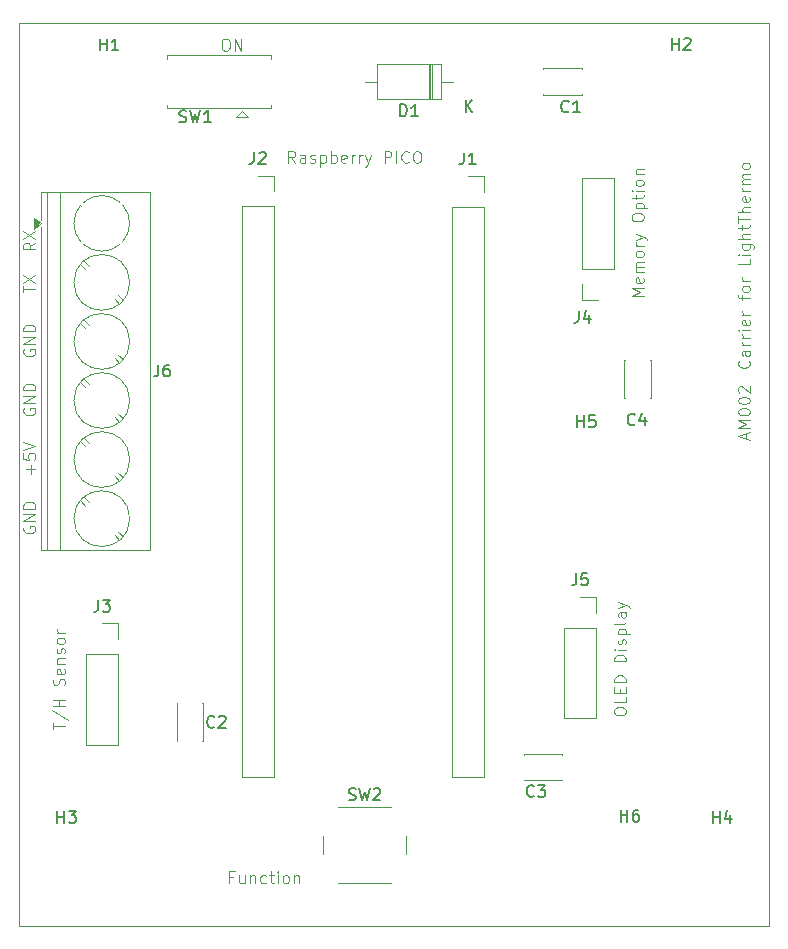
<source format=gbr>
G04 #@! TF.GenerationSoftware,KiCad,Pcbnew,9.0.0*
G04 #@! TF.CreationDate,2025-03-16T21:41:20+01:00*
G04 #@! TF.ProjectId,lightThermo,6c696768-7454-4686-9572-6d6f2e6b6963,1.0*
G04 #@! TF.SameCoordinates,PX47868c0PY7d687e0*
G04 #@! TF.FileFunction,Legend,Top*
G04 #@! TF.FilePolarity,Positive*
%FSLAX46Y46*%
G04 Gerber Fmt 4.6, Leading zero omitted, Abs format (unit mm)*
G04 Created by KiCad (PCBNEW 9.0.0) date 2025-03-16 21:41:20*
%MOMM*%
%LPD*%
G01*
G04 APERTURE LIST*
%ADD10C,0.100000*%
%ADD11C,0.150000*%
%ADD12C,0.120000*%
G04 #@! TA.AperFunction,Profile*
%ADD13C,0.050000*%
G04 #@! TD*
G04 APERTURE END LIST*
D10*
X420038Y33827694D02*
X372419Y33732456D01*
X372419Y33732456D02*
X372419Y33589599D01*
X372419Y33589599D02*
X420038Y33446742D01*
X420038Y33446742D02*
X515276Y33351504D01*
X515276Y33351504D02*
X610514Y33303885D01*
X610514Y33303885D02*
X800990Y33256266D01*
X800990Y33256266D02*
X943847Y33256266D01*
X943847Y33256266D02*
X1134323Y33303885D01*
X1134323Y33303885D02*
X1229561Y33351504D01*
X1229561Y33351504D02*
X1324800Y33446742D01*
X1324800Y33446742D02*
X1372419Y33589599D01*
X1372419Y33589599D02*
X1372419Y33684837D01*
X1372419Y33684837D02*
X1324800Y33827694D01*
X1324800Y33827694D02*
X1277180Y33875313D01*
X1277180Y33875313D02*
X943847Y33875313D01*
X943847Y33875313D02*
X943847Y33684837D01*
X1372419Y34303885D02*
X372419Y34303885D01*
X372419Y34303885D02*
X1372419Y34875313D01*
X1372419Y34875313D02*
X372419Y34875313D01*
X1372419Y35351504D02*
X372419Y35351504D01*
X372419Y35351504D02*
X372419Y35589599D01*
X372419Y35589599D02*
X420038Y35732456D01*
X420038Y35732456D02*
X515276Y35827694D01*
X515276Y35827694D02*
X610514Y35875313D01*
X610514Y35875313D02*
X800990Y35922932D01*
X800990Y35922932D02*
X943847Y35922932D01*
X943847Y35922932D02*
X1134323Y35875313D01*
X1134323Y35875313D02*
X1229561Y35827694D01*
X1229561Y35827694D02*
X1324800Y35732456D01*
X1324800Y35732456D02*
X1372419Y35589599D01*
X1372419Y35589599D02*
X1372419Y35351504D01*
X18137217Y4151391D02*
X17803884Y4151391D01*
X17803884Y3627581D02*
X17803884Y4627581D01*
X17803884Y4627581D02*
X18280074Y4627581D01*
X19089598Y4294248D02*
X19089598Y3627581D01*
X18661027Y4294248D02*
X18661027Y3770439D01*
X18661027Y3770439D02*
X18708646Y3675200D01*
X18708646Y3675200D02*
X18803884Y3627581D01*
X18803884Y3627581D02*
X18946741Y3627581D01*
X18946741Y3627581D02*
X19041979Y3675200D01*
X19041979Y3675200D02*
X19089598Y3722820D01*
X19565789Y4294248D02*
X19565789Y3627581D01*
X19565789Y4199010D02*
X19613408Y4246629D01*
X19613408Y4246629D02*
X19708646Y4294248D01*
X19708646Y4294248D02*
X19851503Y4294248D01*
X19851503Y4294248D02*
X19946741Y4246629D01*
X19946741Y4246629D02*
X19994360Y4151391D01*
X19994360Y4151391D02*
X19994360Y3627581D01*
X20899122Y3675200D02*
X20803884Y3627581D01*
X20803884Y3627581D02*
X20613408Y3627581D01*
X20613408Y3627581D02*
X20518170Y3675200D01*
X20518170Y3675200D02*
X20470551Y3722820D01*
X20470551Y3722820D02*
X20422932Y3818058D01*
X20422932Y3818058D02*
X20422932Y4103772D01*
X20422932Y4103772D02*
X20470551Y4199010D01*
X20470551Y4199010D02*
X20518170Y4246629D01*
X20518170Y4246629D02*
X20613408Y4294248D01*
X20613408Y4294248D02*
X20803884Y4294248D01*
X20803884Y4294248D02*
X20899122Y4246629D01*
X21184837Y4294248D02*
X21565789Y4294248D01*
X21327694Y4627581D02*
X21327694Y3770439D01*
X21327694Y3770439D02*
X21375313Y3675200D01*
X21375313Y3675200D02*
X21470551Y3627581D01*
X21470551Y3627581D02*
X21565789Y3627581D01*
X21899123Y3627581D02*
X21899123Y4294248D01*
X21899123Y4627581D02*
X21851504Y4579962D01*
X21851504Y4579962D02*
X21899123Y4532343D01*
X21899123Y4532343D02*
X21946742Y4579962D01*
X21946742Y4579962D02*
X21899123Y4627581D01*
X21899123Y4627581D02*
X21899123Y4532343D01*
X22518170Y3627581D02*
X22422932Y3675200D01*
X22422932Y3675200D02*
X22375313Y3722820D01*
X22375313Y3722820D02*
X22327694Y3818058D01*
X22327694Y3818058D02*
X22327694Y4103772D01*
X22327694Y4103772D02*
X22375313Y4199010D01*
X22375313Y4199010D02*
X22422932Y4246629D01*
X22422932Y4246629D02*
X22518170Y4294248D01*
X22518170Y4294248D02*
X22661027Y4294248D01*
X22661027Y4294248D02*
X22756265Y4246629D01*
X22756265Y4246629D02*
X22803884Y4199010D01*
X22803884Y4199010D02*
X22851503Y4103772D01*
X22851503Y4103772D02*
X22851503Y3818058D01*
X22851503Y3818058D02*
X22803884Y3722820D01*
X22803884Y3722820D02*
X22756265Y3675200D01*
X22756265Y3675200D02*
X22661027Y3627581D01*
X22661027Y3627581D02*
X22518170Y3627581D01*
X23280075Y4294248D02*
X23280075Y3627581D01*
X23280075Y4199010D02*
X23327694Y4246629D01*
X23327694Y4246629D02*
X23422932Y4294248D01*
X23422932Y4294248D02*
X23565789Y4294248D01*
X23565789Y4294248D02*
X23661027Y4246629D01*
X23661027Y4246629D02*
X23708646Y4151391D01*
X23708646Y4151391D02*
X23708646Y3627581D01*
X61586704Y41256266D02*
X61586704Y41732456D01*
X61872419Y41161028D02*
X60872419Y41494361D01*
X60872419Y41494361D02*
X61872419Y41827694D01*
X61872419Y42161028D02*
X60872419Y42161028D01*
X60872419Y42161028D02*
X61586704Y42494361D01*
X61586704Y42494361D02*
X60872419Y42827694D01*
X60872419Y42827694D02*
X61872419Y42827694D01*
X60872419Y43494361D02*
X60872419Y43589599D01*
X60872419Y43589599D02*
X60920038Y43684837D01*
X60920038Y43684837D02*
X60967657Y43732456D01*
X60967657Y43732456D02*
X61062895Y43780075D01*
X61062895Y43780075D02*
X61253371Y43827694D01*
X61253371Y43827694D02*
X61491466Y43827694D01*
X61491466Y43827694D02*
X61681942Y43780075D01*
X61681942Y43780075D02*
X61777180Y43732456D01*
X61777180Y43732456D02*
X61824800Y43684837D01*
X61824800Y43684837D02*
X61872419Y43589599D01*
X61872419Y43589599D02*
X61872419Y43494361D01*
X61872419Y43494361D02*
X61824800Y43399123D01*
X61824800Y43399123D02*
X61777180Y43351504D01*
X61777180Y43351504D02*
X61681942Y43303885D01*
X61681942Y43303885D02*
X61491466Y43256266D01*
X61491466Y43256266D02*
X61253371Y43256266D01*
X61253371Y43256266D02*
X61062895Y43303885D01*
X61062895Y43303885D02*
X60967657Y43351504D01*
X60967657Y43351504D02*
X60920038Y43399123D01*
X60920038Y43399123D02*
X60872419Y43494361D01*
X60872419Y44446742D02*
X60872419Y44541980D01*
X60872419Y44541980D02*
X60920038Y44637218D01*
X60920038Y44637218D02*
X60967657Y44684837D01*
X60967657Y44684837D02*
X61062895Y44732456D01*
X61062895Y44732456D02*
X61253371Y44780075D01*
X61253371Y44780075D02*
X61491466Y44780075D01*
X61491466Y44780075D02*
X61681942Y44732456D01*
X61681942Y44732456D02*
X61777180Y44684837D01*
X61777180Y44684837D02*
X61824800Y44637218D01*
X61824800Y44637218D02*
X61872419Y44541980D01*
X61872419Y44541980D02*
X61872419Y44446742D01*
X61872419Y44446742D02*
X61824800Y44351504D01*
X61824800Y44351504D02*
X61777180Y44303885D01*
X61777180Y44303885D02*
X61681942Y44256266D01*
X61681942Y44256266D02*
X61491466Y44208647D01*
X61491466Y44208647D02*
X61253371Y44208647D01*
X61253371Y44208647D02*
X61062895Y44256266D01*
X61062895Y44256266D02*
X60967657Y44303885D01*
X60967657Y44303885D02*
X60920038Y44351504D01*
X60920038Y44351504D02*
X60872419Y44446742D01*
X60967657Y45161028D02*
X60920038Y45208647D01*
X60920038Y45208647D02*
X60872419Y45303885D01*
X60872419Y45303885D02*
X60872419Y45541980D01*
X60872419Y45541980D02*
X60920038Y45637218D01*
X60920038Y45637218D02*
X60967657Y45684837D01*
X60967657Y45684837D02*
X61062895Y45732456D01*
X61062895Y45732456D02*
X61158133Y45732456D01*
X61158133Y45732456D02*
X61300990Y45684837D01*
X61300990Y45684837D02*
X61872419Y45113409D01*
X61872419Y45113409D02*
X61872419Y45732456D01*
X17394360Y75127581D02*
X17584836Y75127581D01*
X17584836Y75127581D02*
X17680074Y75079962D01*
X17680074Y75079962D02*
X17775312Y74984724D01*
X17775312Y74984724D02*
X17822931Y74794248D01*
X17822931Y74794248D02*
X17822931Y74460915D01*
X17822931Y74460915D02*
X17775312Y74270439D01*
X17775312Y74270439D02*
X17680074Y74175200D01*
X17680074Y74175200D02*
X17584836Y74127581D01*
X17584836Y74127581D02*
X17394360Y74127581D01*
X17394360Y74127581D02*
X17299122Y74175200D01*
X17299122Y74175200D02*
X17203884Y74270439D01*
X17203884Y74270439D02*
X17156265Y74460915D01*
X17156265Y74460915D02*
X17156265Y74794248D01*
X17156265Y74794248D02*
X17203884Y74984724D01*
X17203884Y74984724D02*
X17299122Y75079962D01*
X17299122Y75079962D02*
X17394360Y75127581D01*
X18251503Y74127581D02*
X18251503Y75127581D01*
X18251503Y75127581D02*
X18822931Y74127581D01*
X18822931Y74127581D02*
X18822931Y75127581D01*
X372419Y53661028D02*
X372419Y54232456D01*
X1372419Y53946742D02*
X372419Y53946742D01*
X372419Y54470552D02*
X1372419Y55137218D01*
X372419Y55137218D02*
X1372419Y54470552D01*
X1372419Y57875313D02*
X896228Y57541980D01*
X1372419Y57303885D02*
X372419Y57303885D01*
X372419Y57303885D02*
X372419Y57684837D01*
X372419Y57684837D02*
X420038Y57780075D01*
X420038Y57780075D02*
X467657Y57827694D01*
X467657Y57827694D02*
X562895Y57875313D01*
X562895Y57875313D02*
X705752Y57875313D01*
X705752Y57875313D02*
X800990Y57827694D01*
X800990Y57827694D02*
X848609Y57780075D01*
X848609Y57780075D02*
X896228Y57684837D01*
X896228Y57684837D02*
X896228Y57303885D01*
X372419Y58208647D02*
X1372419Y58875313D01*
X372419Y58875313D02*
X1372419Y58208647D01*
X991466Y38303885D02*
X991466Y39065789D01*
X1372419Y38684837D02*
X610514Y38684837D01*
X372419Y40018170D02*
X372419Y39541980D01*
X372419Y39541980D02*
X848609Y39494361D01*
X848609Y39494361D02*
X800990Y39541980D01*
X800990Y39541980D02*
X753371Y39637218D01*
X753371Y39637218D02*
X753371Y39875313D01*
X753371Y39875313D02*
X800990Y39970551D01*
X800990Y39970551D02*
X848609Y40018170D01*
X848609Y40018170D02*
X943847Y40065789D01*
X943847Y40065789D02*
X1181942Y40065789D01*
X1181942Y40065789D02*
X1277180Y40018170D01*
X1277180Y40018170D02*
X1324800Y39970551D01*
X1324800Y39970551D02*
X1372419Y39875313D01*
X1372419Y39875313D02*
X1372419Y39637218D01*
X1372419Y39637218D02*
X1324800Y39541980D01*
X1324800Y39541980D02*
X1277180Y39494361D01*
X372419Y40351504D02*
X1372419Y40684837D01*
X1372419Y40684837D02*
X372419Y41018170D01*
X61777180Y47875313D02*
X61824800Y47827694D01*
X61824800Y47827694D02*
X61872419Y47684837D01*
X61872419Y47684837D02*
X61872419Y47589599D01*
X61872419Y47589599D02*
X61824800Y47446742D01*
X61824800Y47446742D02*
X61729561Y47351504D01*
X61729561Y47351504D02*
X61634323Y47303885D01*
X61634323Y47303885D02*
X61443847Y47256266D01*
X61443847Y47256266D02*
X61300990Y47256266D01*
X61300990Y47256266D02*
X61110514Y47303885D01*
X61110514Y47303885D02*
X61015276Y47351504D01*
X61015276Y47351504D02*
X60920038Y47446742D01*
X60920038Y47446742D02*
X60872419Y47589599D01*
X60872419Y47589599D02*
X60872419Y47684837D01*
X60872419Y47684837D02*
X60920038Y47827694D01*
X60920038Y47827694D02*
X60967657Y47875313D01*
X61872419Y48732456D02*
X61348609Y48732456D01*
X61348609Y48732456D02*
X61253371Y48684837D01*
X61253371Y48684837D02*
X61205752Y48589599D01*
X61205752Y48589599D02*
X61205752Y48399123D01*
X61205752Y48399123D02*
X61253371Y48303885D01*
X61824800Y48732456D02*
X61872419Y48637218D01*
X61872419Y48637218D02*
X61872419Y48399123D01*
X61872419Y48399123D02*
X61824800Y48303885D01*
X61824800Y48303885D02*
X61729561Y48256266D01*
X61729561Y48256266D02*
X61634323Y48256266D01*
X61634323Y48256266D02*
X61539085Y48303885D01*
X61539085Y48303885D02*
X61491466Y48399123D01*
X61491466Y48399123D02*
X61491466Y48637218D01*
X61491466Y48637218D02*
X61443847Y48732456D01*
X61872419Y49208647D02*
X61205752Y49208647D01*
X61396228Y49208647D02*
X61300990Y49256266D01*
X61300990Y49256266D02*
X61253371Y49303885D01*
X61253371Y49303885D02*
X61205752Y49399123D01*
X61205752Y49399123D02*
X61205752Y49494361D01*
X61872419Y49827695D02*
X61205752Y49827695D01*
X61396228Y49827695D02*
X61300990Y49875314D01*
X61300990Y49875314D02*
X61253371Y49922933D01*
X61253371Y49922933D02*
X61205752Y50018171D01*
X61205752Y50018171D02*
X61205752Y50113409D01*
X61872419Y50446743D02*
X61205752Y50446743D01*
X60872419Y50446743D02*
X60920038Y50399124D01*
X60920038Y50399124D02*
X60967657Y50446743D01*
X60967657Y50446743D02*
X60920038Y50494362D01*
X60920038Y50494362D02*
X60872419Y50446743D01*
X60872419Y50446743D02*
X60967657Y50446743D01*
X61824800Y51303885D02*
X61872419Y51208647D01*
X61872419Y51208647D02*
X61872419Y51018171D01*
X61872419Y51018171D02*
X61824800Y50922933D01*
X61824800Y50922933D02*
X61729561Y50875314D01*
X61729561Y50875314D02*
X61348609Y50875314D01*
X61348609Y50875314D02*
X61253371Y50922933D01*
X61253371Y50922933D02*
X61205752Y51018171D01*
X61205752Y51018171D02*
X61205752Y51208647D01*
X61205752Y51208647D02*
X61253371Y51303885D01*
X61253371Y51303885D02*
X61348609Y51351504D01*
X61348609Y51351504D02*
X61443847Y51351504D01*
X61443847Y51351504D02*
X61539085Y50875314D01*
X61872419Y51780076D02*
X61205752Y51780076D01*
X61396228Y51780076D02*
X61300990Y51827695D01*
X61300990Y51827695D02*
X61253371Y51875314D01*
X61253371Y51875314D02*
X61205752Y51970552D01*
X61205752Y51970552D02*
X61205752Y52065790D01*
X61205752Y53018172D02*
X61205752Y53399124D01*
X61872419Y53161029D02*
X61015276Y53161029D01*
X61015276Y53161029D02*
X60920038Y53208648D01*
X60920038Y53208648D02*
X60872419Y53303886D01*
X60872419Y53303886D02*
X60872419Y53399124D01*
X61872419Y53875315D02*
X61824800Y53780077D01*
X61824800Y53780077D02*
X61777180Y53732458D01*
X61777180Y53732458D02*
X61681942Y53684839D01*
X61681942Y53684839D02*
X61396228Y53684839D01*
X61396228Y53684839D02*
X61300990Y53732458D01*
X61300990Y53732458D02*
X61253371Y53780077D01*
X61253371Y53780077D02*
X61205752Y53875315D01*
X61205752Y53875315D02*
X61205752Y54018172D01*
X61205752Y54018172D02*
X61253371Y54113410D01*
X61253371Y54113410D02*
X61300990Y54161029D01*
X61300990Y54161029D02*
X61396228Y54208648D01*
X61396228Y54208648D02*
X61681942Y54208648D01*
X61681942Y54208648D02*
X61777180Y54161029D01*
X61777180Y54161029D02*
X61824800Y54113410D01*
X61824800Y54113410D02*
X61872419Y54018172D01*
X61872419Y54018172D02*
X61872419Y53875315D01*
X61872419Y54637220D02*
X61205752Y54637220D01*
X61396228Y54637220D02*
X61300990Y54684839D01*
X61300990Y54684839D02*
X61253371Y54732458D01*
X61253371Y54732458D02*
X61205752Y54827696D01*
X61205752Y54827696D02*
X61205752Y54922934D01*
X61872419Y56494363D02*
X61872419Y56018173D01*
X61872419Y56018173D02*
X60872419Y56018173D01*
X61872419Y56827697D02*
X61205752Y56827697D01*
X60872419Y56827697D02*
X60920038Y56780078D01*
X60920038Y56780078D02*
X60967657Y56827697D01*
X60967657Y56827697D02*
X60920038Y56875316D01*
X60920038Y56875316D02*
X60872419Y56827697D01*
X60872419Y56827697D02*
X60967657Y56827697D01*
X61205752Y57732458D02*
X62015276Y57732458D01*
X62015276Y57732458D02*
X62110514Y57684839D01*
X62110514Y57684839D02*
X62158133Y57637220D01*
X62158133Y57637220D02*
X62205752Y57541982D01*
X62205752Y57541982D02*
X62205752Y57399125D01*
X62205752Y57399125D02*
X62158133Y57303887D01*
X61824800Y57732458D02*
X61872419Y57637220D01*
X61872419Y57637220D02*
X61872419Y57446744D01*
X61872419Y57446744D02*
X61824800Y57351506D01*
X61824800Y57351506D02*
X61777180Y57303887D01*
X61777180Y57303887D02*
X61681942Y57256268D01*
X61681942Y57256268D02*
X61396228Y57256268D01*
X61396228Y57256268D02*
X61300990Y57303887D01*
X61300990Y57303887D02*
X61253371Y57351506D01*
X61253371Y57351506D02*
X61205752Y57446744D01*
X61205752Y57446744D02*
X61205752Y57637220D01*
X61205752Y57637220D02*
X61253371Y57732458D01*
X61872419Y58208649D02*
X60872419Y58208649D01*
X61872419Y58637220D02*
X61348609Y58637220D01*
X61348609Y58637220D02*
X61253371Y58589601D01*
X61253371Y58589601D02*
X61205752Y58494363D01*
X61205752Y58494363D02*
X61205752Y58351506D01*
X61205752Y58351506D02*
X61253371Y58256268D01*
X61253371Y58256268D02*
X61300990Y58208649D01*
X61205752Y58970554D02*
X61205752Y59351506D01*
X60872419Y59113411D02*
X61729561Y59113411D01*
X61729561Y59113411D02*
X61824800Y59161030D01*
X61824800Y59161030D02*
X61872419Y59256268D01*
X61872419Y59256268D02*
X61872419Y59351506D01*
X60872419Y59541983D02*
X60872419Y60113411D01*
X61872419Y59827697D02*
X60872419Y59827697D01*
X61872419Y60446745D02*
X60872419Y60446745D01*
X61872419Y60875316D02*
X61348609Y60875316D01*
X61348609Y60875316D02*
X61253371Y60827697D01*
X61253371Y60827697D02*
X61205752Y60732459D01*
X61205752Y60732459D02*
X61205752Y60589602D01*
X61205752Y60589602D02*
X61253371Y60494364D01*
X61253371Y60494364D02*
X61300990Y60446745D01*
X61824800Y61732459D02*
X61872419Y61637221D01*
X61872419Y61637221D02*
X61872419Y61446745D01*
X61872419Y61446745D02*
X61824800Y61351507D01*
X61824800Y61351507D02*
X61729561Y61303888D01*
X61729561Y61303888D02*
X61348609Y61303888D01*
X61348609Y61303888D02*
X61253371Y61351507D01*
X61253371Y61351507D02*
X61205752Y61446745D01*
X61205752Y61446745D02*
X61205752Y61637221D01*
X61205752Y61637221D02*
X61253371Y61732459D01*
X61253371Y61732459D02*
X61348609Y61780078D01*
X61348609Y61780078D02*
X61443847Y61780078D01*
X61443847Y61780078D02*
X61539085Y61303888D01*
X61872419Y62208650D02*
X61205752Y62208650D01*
X61396228Y62208650D02*
X61300990Y62256269D01*
X61300990Y62256269D02*
X61253371Y62303888D01*
X61253371Y62303888D02*
X61205752Y62399126D01*
X61205752Y62399126D02*
X61205752Y62494364D01*
X61872419Y62827698D02*
X61205752Y62827698D01*
X61300990Y62827698D02*
X61253371Y62875317D01*
X61253371Y62875317D02*
X61205752Y62970555D01*
X61205752Y62970555D02*
X61205752Y63113412D01*
X61205752Y63113412D02*
X61253371Y63208650D01*
X61253371Y63208650D02*
X61348609Y63256269D01*
X61348609Y63256269D02*
X61872419Y63256269D01*
X61348609Y63256269D02*
X61253371Y63303888D01*
X61253371Y63303888D02*
X61205752Y63399126D01*
X61205752Y63399126D02*
X61205752Y63541983D01*
X61205752Y63541983D02*
X61253371Y63637222D01*
X61253371Y63637222D02*
X61348609Y63684841D01*
X61348609Y63684841D02*
X61872419Y63684841D01*
X61872419Y64303888D02*
X61824800Y64208650D01*
X61824800Y64208650D02*
X61777180Y64161031D01*
X61777180Y64161031D02*
X61681942Y64113412D01*
X61681942Y64113412D02*
X61396228Y64113412D01*
X61396228Y64113412D02*
X61300990Y64161031D01*
X61300990Y64161031D02*
X61253371Y64208650D01*
X61253371Y64208650D02*
X61205752Y64303888D01*
X61205752Y64303888D02*
X61205752Y64446745D01*
X61205752Y64446745D02*
X61253371Y64541983D01*
X61253371Y64541983D02*
X61300990Y64589602D01*
X61300990Y64589602D02*
X61396228Y64637221D01*
X61396228Y64637221D02*
X61681942Y64637221D01*
X61681942Y64637221D02*
X61777180Y64589602D01*
X61777180Y64589602D02*
X61824800Y64541983D01*
X61824800Y64541983D02*
X61872419Y64446745D01*
X61872419Y64446745D02*
X61872419Y64303888D01*
X52872419Y53353885D02*
X51872419Y53353885D01*
X51872419Y53353885D02*
X52586704Y53687218D01*
X52586704Y53687218D02*
X51872419Y54020551D01*
X51872419Y54020551D02*
X52872419Y54020551D01*
X52824800Y54877694D02*
X52872419Y54782456D01*
X52872419Y54782456D02*
X52872419Y54591980D01*
X52872419Y54591980D02*
X52824800Y54496742D01*
X52824800Y54496742D02*
X52729561Y54449123D01*
X52729561Y54449123D02*
X52348609Y54449123D01*
X52348609Y54449123D02*
X52253371Y54496742D01*
X52253371Y54496742D02*
X52205752Y54591980D01*
X52205752Y54591980D02*
X52205752Y54782456D01*
X52205752Y54782456D02*
X52253371Y54877694D01*
X52253371Y54877694D02*
X52348609Y54925313D01*
X52348609Y54925313D02*
X52443847Y54925313D01*
X52443847Y54925313D02*
X52539085Y54449123D01*
X52872419Y55353885D02*
X52205752Y55353885D01*
X52300990Y55353885D02*
X52253371Y55401504D01*
X52253371Y55401504D02*
X52205752Y55496742D01*
X52205752Y55496742D02*
X52205752Y55639599D01*
X52205752Y55639599D02*
X52253371Y55734837D01*
X52253371Y55734837D02*
X52348609Y55782456D01*
X52348609Y55782456D02*
X52872419Y55782456D01*
X52348609Y55782456D02*
X52253371Y55830075D01*
X52253371Y55830075D02*
X52205752Y55925313D01*
X52205752Y55925313D02*
X52205752Y56068170D01*
X52205752Y56068170D02*
X52253371Y56163409D01*
X52253371Y56163409D02*
X52348609Y56211028D01*
X52348609Y56211028D02*
X52872419Y56211028D01*
X52872419Y56830075D02*
X52824800Y56734837D01*
X52824800Y56734837D02*
X52777180Y56687218D01*
X52777180Y56687218D02*
X52681942Y56639599D01*
X52681942Y56639599D02*
X52396228Y56639599D01*
X52396228Y56639599D02*
X52300990Y56687218D01*
X52300990Y56687218D02*
X52253371Y56734837D01*
X52253371Y56734837D02*
X52205752Y56830075D01*
X52205752Y56830075D02*
X52205752Y56972932D01*
X52205752Y56972932D02*
X52253371Y57068170D01*
X52253371Y57068170D02*
X52300990Y57115789D01*
X52300990Y57115789D02*
X52396228Y57163408D01*
X52396228Y57163408D02*
X52681942Y57163408D01*
X52681942Y57163408D02*
X52777180Y57115789D01*
X52777180Y57115789D02*
X52824800Y57068170D01*
X52824800Y57068170D02*
X52872419Y56972932D01*
X52872419Y56972932D02*
X52872419Y56830075D01*
X52872419Y57591980D02*
X52205752Y57591980D01*
X52396228Y57591980D02*
X52300990Y57639599D01*
X52300990Y57639599D02*
X52253371Y57687218D01*
X52253371Y57687218D02*
X52205752Y57782456D01*
X52205752Y57782456D02*
X52205752Y57877694D01*
X52205752Y58115790D02*
X52872419Y58353885D01*
X52205752Y58591980D02*
X52872419Y58353885D01*
X52872419Y58353885D02*
X53110514Y58258647D01*
X53110514Y58258647D02*
X53158133Y58211028D01*
X53158133Y58211028D02*
X53205752Y58115790D01*
X51872419Y59925314D02*
X51872419Y60115790D01*
X51872419Y60115790D02*
X51920038Y60211028D01*
X51920038Y60211028D02*
X52015276Y60306266D01*
X52015276Y60306266D02*
X52205752Y60353885D01*
X52205752Y60353885D02*
X52539085Y60353885D01*
X52539085Y60353885D02*
X52729561Y60306266D01*
X52729561Y60306266D02*
X52824800Y60211028D01*
X52824800Y60211028D02*
X52872419Y60115790D01*
X52872419Y60115790D02*
X52872419Y59925314D01*
X52872419Y59925314D02*
X52824800Y59830076D01*
X52824800Y59830076D02*
X52729561Y59734838D01*
X52729561Y59734838D02*
X52539085Y59687219D01*
X52539085Y59687219D02*
X52205752Y59687219D01*
X52205752Y59687219D02*
X52015276Y59734838D01*
X52015276Y59734838D02*
X51920038Y59830076D01*
X51920038Y59830076D02*
X51872419Y59925314D01*
X52205752Y60782457D02*
X53205752Y60782457D01*
X52253371Y60782457D02*
X52205752Y60877695D01*
X52205752Y60877695D02*
X52205752Y61068171D01*
X52205752Y61068171D02*
X52253371Y61163409D01*
X52253371Y61163409D02*
X52300990Y61211028D01*
X52300990Y61211028D02*
X52396228Y61258647D01*
X52396228Y61258647D02*
X52681942Y61258647D01*
X52681942Y61258647D02*
X52777180Y61211028D01*
X52777180Y61211028D02*
X52824800Y61163409D01*
X52824800Y61163409D02*
X52872419Y61068171D01*
X52872419Y61068171D02*
X52872419Y60877695D01*
X52872419Y60877695D02*
X52824800Y60782457D01*
X52205752Y61544362D02*
X52205752Y61925314D01*
X51872419Y61687219D02*
X52729561Y61687219D01*
X52729561Y61687219D02*
X52824800Y61734838D01*
X52824800Y61734838D02*
X52872419Y61830076D01*
X52872419Y61830076D02*
X52872419Y61925314D01*
X52872419Y62258648D02*
X52205752Y62258648D01*
X51872419Y62258648D02*
X51920038Y62211029D01*
X51920038Y62211029D02*
X51967657Y62258648D01*
X51967657Y62258648D02*
X51920038Y62306267D01*
X51920038Y62306267D02*
X51872419Y62258648D01*
X51872419Y62258648D02*
X51967657Y62258648D01*
X52872419Y62877695D02*
X52824800Y62782457D01*
X52824800Y62782457D02*
X52777180Y62734838D01*
X52777180Y62734838D02*
X52681942Y62687219D01*
X52681942Y62687219D02*
X52396228Y62687219D01*
X52396228Y62687219D02*
X52300990Y62734838D01*
X52300990Y62734838D02*
X52253371Y62782457D01*
X52253371Y62782457D02*
X52205752Y62877695D01*
X52205752Y62877695D02*
X52205752Y63020552D01*
X52205752Y63020552D02*
X52253371Y63115790D01*
X52253371Y63115790D02*
X52300990Y63163409D01*
X52300990Y63163409D02*
X52396228Y63211028D01*
X52396228Y63211028D02*
X52681942Y63211028D01*
X52681942Y63211028D02*
X52777180Y63163409D01*
X52777180Y63163409D02*
X52824800Y63115790D01*
X52824800Y63115790D02*
X52872419Y63020552D01*
X52872419Y63020552D02*
X52872419Y62877695D01*
X52205752Y63639600D02*
X52872419Y63639600D01*
X52300990Y63639600D02*
X52253371Y63687219D01*
X52253371Y63687219D02*
X52205752Y63782457D01*
X52205752Y63782457D02*
X52205752Y63925314D01*
X52205752Y63925314D02*
X52253371Y64020552D01*
X52253371Y64020552D02*
X52348609Y64068171D01*
X52348609Y64068171D02*
X52872419Y64068171D01*
X2872419Y16661028D02*
X2872419Y17232456D01*
X3872419Y16946742D02*
X2872419Y16946742D01*
X2824800Y18280075D02*
X4110514Y17422933D01*
X3872419Y18613409D02*
X2872419Y18613409D01*
X3348609Y18613409D02*
X3348609Y19184837D01*
X3872419Y19184837D02*
X2872419Y19184837D01*
X3824800Y20375314D02*
X3872419Y20518171D01*
X3872419Y20518171D02*
X3872419Y20756266D01*
X3872419Y20756266D02*
X3824800Y20851504D01*
X3824800Y20851504D02*
X3777180Y20899123D01*
X3777180Y20899123D02*
X3681942Y20946742D01*
X3681942Y20946742D02*
X3586704Y20946742D01*
X3586704Y20946742D02*
X3491466Y20899123D01*
X3491466Y20899123D02*
X3443847Y20851504D01*
X3443847Y20851504D02*
X3396228Y20756266D01*
X3396228Y20756266D02*
X3348609Y20565790D01*
X3348609Y20565790D02*
X3300990Y20470552D01*
X3300990Y20470552D02*
X3253371Y20422933D01*
X3253371Y20422933D02*
X3158133Y20375314D01*
X3158133Y20375314D02*
X3062895Y20375314D01*
X3062895Y20375314D02*
X2967657Y20422933D01*
X2967657Y20422933D02*
X2920038Y20470552D01*
X2920038Y20470552D02*
X2872419Y20565790D01*
X2872419Y20565790D02*
X2872419Y20803885D01*
X2872419Y20803885D02*
X2920038Y20946742D01*
X3824800Y21756266D02*
X3872419Y21661028D01*
X3872419Y21661028D02*
X3872419Y21470552D01*
X3872419Y21470552D02*
X3824800Y21375314D01*
X3824800Y21375314D02*
X3729561Y21327695D01*
X3729561Y21327695D02*
X3348609Y21327695D01*
X3348609Y21327695D02*
X3253371Y21375314D01*
X3253371Y21375314D02*
X3205752Y21470552D01*
X3205752Y21470552D02*
X3205752Y21661028D01*
X3205752Y21661028D02*
X3253371Y21756266D01*
X3253371Y21756266D02*
X3348609Y21803885D01*
X3348609Y21803885D02*
X3443847Y21803885D01*
X3443847Y21803885D02*
X3539085Y21327695D01*
X3205752Y22232457D02*
X3872419Y22232457D01*
X3300990Y22232457D02*
X3253371Y22280076D01*
X3253371Y22280076D02*
X3205752Y22375314D01*
X3205752Y22375314D02*
X3205752Y22518171D01*
X3205752Y22518171D02*
X3253371Y22613409D01*
X3253371Y22613409D02*
X3348609Y22661028D01*
X3348609Y22661028D02*
X3872419Y22661028D01*
X3824800Y23089600D02*
X3872419Y23184838D01*
X3872419Y23184838D02*
X3872419Y23375314D01*
X3872419Y23375314D02*
X3824800Y23470552D01*
X3824800Y23470552D02*
X3729561Y23518171D01*
X3729561Y23518171D02*
X3681942Y23518171D01*
X3681942Y23518171D02*
X3586704Y23470552D01*
X3586704Y23470552D02*
X3539085Y23375314D01*
X3539085Y23375314D02*
X3539085Y23232457D01*
X3539085Y23232457D02*
X3491466Y23137219D01*
X3491466Y23137219D02*
X3396228Y23089600D01*
X3396228Y23089600D02*
X3348609Y23089600D01*
X3348609Y23089600D02*
X3253371Y23137219D01*
X3253371Y23137219D02*
X3205752Y23232457D01*
X3205752Y23232457D02*
X3205752Y23375314D01*
X3205752Y23375314D02*
X3253371Y23470552D01*
X3872419Y24089600D02*
X3824800Y23994362D01*
X3824800Y23994362D02*
X3777180Y23946743D01*
X3777180Y23946743D02*
X3681942Y23899124D01*
X3681942Y23899124D02*
X3396228Y23899124D01*
X3396228Y23899124D02*
X3300990Y23946743D01*
X3300990Y23946743D02*
X3253371Y23994362D01*
X3253371Y23994362D02*
X3205752Y24089600D01*
X3205752Y24089600D02*
X3205752Y24232457D01*
X3205752Y24232457D02*
X3253371Y24327695D01*
X3253371Y24327695D02*
X3300990Y24375314D01*
X3300990Y24375314D02*
X3396228Y24422933D01*
X3396228Y24422933D02*
X3681942Y24422933D01*
X3681942Y24422933D02*
X3777180Y24375314D01*
X3777180Y24375314D02*
X3824800Y24327695D01*
X3824800Y24327695D02*
X3872419Y24232457D01*
X3872419Y24232457D02*
X3872419Y24089600D01*
X3872419Y24851505D02*
X3205752Y24851505D01*
X3396228Y24851505D02*
X3300990Y24899124D01*
X3300990Y24899124D02*
X3253371Y24946743D01*
X3253371Y24946743D02*
X3205752Y25041981D01*
X3205752Y25041981D02*
X3205752Y25137219D01*
X420038Y43827694D02*
X372419Y43732456D01*
X372419Y43732456D02*
X372419Y43589599D01*
X372419Y43589599D02*
X420038Y43446742D01*
X420038Y43446742D02*
X515276Y43351504D01*
X515276Y43351504D02*
X610514Y43303885D01*
X610514Y43303885D02*
X800990Y43256266D01*
X800990Y43256266D02*
X943847Y43256266D01*
X943847Y43256266D02*
X1134323Y43303885D01*
X1134323Y43303885D02*
X1229561Y43351504D01*
X1229561Y43351504D02*
X1324800Y43446742D01*
X1324800Y43446742D02*
X1372419Y43589599D01*
X1372419Y43589599D02*
X1372419Y43684837D01*
X1372419Y43684837D02*
X1324800Y43827694D01*
X1324800Y43827694D02*
X1277180Y43875313D01*
X1277180Y43875313D02*
X943847Y43875313D01*
X943847Y43875313D02*
X943847Y43684837D01*
X1372419Y44303885D02*
X372419Y44303885D01*
X372419Y44303885D02*
X1372419Y44875313D01*
X1372419Y44875313D02*
X372419Y44875313D01*
X1372419Y45351504D02*
X372419Y45351504D01*
X372419Y45351504D02*
X372419Y45589599D01*
X372419Y45589599D02*
X420038Y45732456D01*
X420038Y45732456D02*
X515276Y45827694D01*
X515276Y45827694D02*
X610514Y45875313D01*
X610514Y45875313D02*
X800990Y45922932D01*
X800990Y45922932D02*
X943847Y45922932D01*
X943847Y45922932D02*
X1134323Y45875313D01*
X1134323Y45875313D02*
X1229561Y45827694D01*
X1229561Y45827694D02*
X1324800Y45732456D01*
X1324800Y45732456D02*
X1372419Y45589599D01*
X1372419Y45589599D02*
X1372419Y45351504D01*
X420038Y48827694D02*
X372419Y48732456D01*
X372419Y48732456D02*
X372419Y48589599D01*
X372419Y48589599D02*
X420038Y48446742D01*
X420038Y48446742D02*
X515276Y48351504D01*
X515276Y48351504D02*
X610514Y48303885D01*
X610514Y48303885D02*
X800990Y48256266D01*
X800990Y48256266D02*
X943847Y48256266D01*
X943847Y48256266D02*
X1134323Y48303885D01*
X1134323Y48303885D02*
X1229561Y48351504D01*
X1229561Y48351504D02*
X1324800Y48446742D01*
X1324800Y48446742D02*
X1372419Y48589599D01*
X1372419Y48589599D02*
X1372419Y48684837D01*
X1372419Y48684837D02*
X1324800Y48827694D01*
X1324800Y48827694D02*
X1277180Y48875313D01*
X1277180Y48875313D02*
X943847Y48875313D01*
X943847Y48875313D02*
X943847Y48684837D01*
X1372419Y49303885D02*
X372419Y49303885D01*
X372419Y49303885D02*
X1372419Y49875313D01*
X1372419Y49875313D02*
X372419Y49875313D01*
X1372419Y50351504D02*
X372419Y50351504D01*
X372419Y50351504D02*
X372419Y50589599D01*
X372419Y50589599D02*
X420038Y50732456D01*
X420038Y50732456D02*
X515276Y50827694D01*
X515276Y50827694D02*
X610514Y50875313D01*
X610514Y50875313D02*
X800990Y50922932D01*
X800990Y50922932D02*
X943847Y50922932D01*
X943847Y50922932D02*
X1134323Y50875313D01*
X1134323Y50875313D02*
X1229561Y50827694D01*
X1229561Y50827694D02*
X1324800Y50732456D01*
X1324800Y50732456D02*
X1372419Y50589599D01*
X1372419Y50589599D02*
X1372419Y50351504D01*
X23375312Y64627581D02*
X23041979Y65103772D01*
X22803884Y64627581D02*
X22803884Y65627581D01*
X22803884Y65627581D02*
X23184836Y65627581D01*
X23184836Y65627581D02*
X23280074Y65579962D01*
X23280074Y65579962D02*
X23327693Y65532343D01*
X23327693Y65532343D02*
X23375312Y65437105D01*
X23375312Y65437105D02*
X23375312Y65294248D01*
X23375312Y65294248D02*
X23327693Y65199010D01*
X23327693Y65199010D02*
X23280074Y65151391D01*
X23280074Y65151391D02*
X23184836Y65103772D01*
X23184836Y65103772D02*
X22803884Y65103772D01*
X24232455Y64627581D02*
X24232455Y65151391D01*
X24232455Y65151391D02*
X24184836Y65246629D01*
X24184836Y65246629D02*
X24089598Y65294248D01*
X24089598Y65294248D02*
X23899122Y65294248D01*
X23899122Y65294248D02*
X23803884Y65246629D01*
X24232455Y64675200D02*
X24137217Y64627581D01*
X24137217Y64627581D02*
X23899122Y64627581D01*
X23899122Y64627581D02*
X23803884Y64675200D01*
X23803884Y64675200D02*
X23756265Y64770439D01*
X23756265Y64770439D02*
X23756265Y64865677D01*
X23756265Y64865677D02*
X23803884Y64960915D01*
X23803884Y64960915D02*
X23899122Y65008534D01*
X23899122Y65008534D02*
X24137217Y65008534D01*
X24137217Y65008534D02*
X24232455Y65056153D01*
X24661027Y64675200D02*
X24756265Y64627581D01*
X24756265Y64627581D02*
X24946741Y64627581D01*
X24946741Y64627581D02*
X25041979Y64675200D01*
X25041979Y64675200D02*
X25089598Y64770439D01*
X25089598Y64770439D02*
X25089598Y64818058D01*
X25089598Y64818058D02*
X25041979Y64913296D01*
X25041979Y64913296D02*
X24946741Y64960915D01*
X24946741Y64960915D02*
X24803884Y64960915D01*
X24803884Y64960915D02*
X24708646Y65008534D01*
X24708646Y65008534D02*
X24661027Y65103772D01*
X24661027Y65103772D02*
X24661027Y65151391D01*
X24661027Y65151391D02*
X24708646Y65246629D01*
X24708646Y65246629D02*
X24803884Y65294248D01*
X24803884Y65294248D02*
X24946741Y65294248D01*
X24946741Y65294248D02*
X25041979Y65246629D01*
X25518170Y65294248D02*
X25518170Y64294248D01*
X25518170Y65246629D02*
X25613408Y65294248D01*
X25613408Y65294248D02*
X25803884Y65294248D01*
X25803884Y65294248D02*
X25899122Y65246629D01*
X25899122Y65246629D02*
X25946741Y65199010D01*
X25946741Y65199010D02*
X25994360Y65103772D01*
X25994360Y65103772D02*
X25994360Y64818058D01*
X25994360Y64818058D02*
X25946741Y64722820D01*
X25946741Y64722820D02*
X25899122Y64675200D01*
X25899122Y64675200D02*
X25803884Y64627581D01*
X25803884Y64627581D02*
X25613408Y64627581D01*
X25613408Y64627581D02*
X25518170Y64675200D01*
X26422932Y64627581D02*
X26422932Y65627581D01*
X26422932Y65246629D02*
X26518170Y65294248D01*
X26518170Y65294248D02*
X26708646Y65294248D01*
X26708646Y65294248D02*
X26803884Y65246629D01*
X26803884Y65246629D02*
X26851503Y65199010D01*
X26851503Y65199010D02*
X26899122Y65103772D01*
X26899122Y65103772D02*
X26899122Y64818058D01*
X26899122Y64818058D02*
X26851503Y64722820D01*
X26851503Y64722820D02*
X26803884Y64675200D01*
X26803884Y64675200D02*
X26708646Y64627581D01*
X26708646Y64627581D02*
X26518170Y64627581D01*
X26518170Y64627581D02*
X26422932Y64675200D01*
X27708646Y64675200D02*
X27613408Y64627581D01*
X27613408Y64627581D02*
X27422932Y64627581D01*
X27422932Y64627581D02*
X27327694Y64675200D01*
X27327694Y64675200D02*
X27280075Y64770439D01*
X27280075Y64770439D02*
X27280075Y65151391D01*
X27280075Y65151391D02*
X27327694Y65246629D01*
X27327694Y65246629D02*
X27422932Y65294248D01*
X27422932Y65294248D02*
X27613408Y65294248D01*
X27613408Y65294248D02*
X27708646Y65246629D01*
X27708646Y65246629D02*
X27756265Y65151391D01*
X27756265Y65151391D02*
X27756265Y65056153D01*
X27756265Y65056153D02*
X27280075Y64960915D01*
X28184837Y64627581D02*
X28184837Y65294248D01*
X28184837Y65103772D02*
X28232456Y65199010D01*
X28232456Y65199010D02*
X28280075Y65246629D01*
X28280075Y65246629D02*
X28375313Y65294248D01*
X28375313Y65294248D02*
X28470551Y65294248D01*
X28803885Y64627581D02*
X28803885Y65294248D01*
X28803885Y65103772D02*
X28851504Y65199010D01*
X28851504Y65199010D02*
X28899123Y65246629D01*
X28899123Y65246629D02*
X28994361Y65294248D01*
X28994361Y65294248D02*
X29089599Y65294248D01*
X29327695Y65294248D02*
X29565790Y64627581D01*
X29803885Y65294248D02*
X29565790Y64627581D01*
X29565790Y64627581D02*
X29470552Y64389486D01*
X29470552Y64389486D02*
X29422933Y64341867D01*
X29422933Y64341867D02*
X29327695Y64294248D01*
X30946743Y64627581D02*
X30946743Y65627581D01*
X30946743Y65627581D02*
X31327695Y65627581D01*
X31327695Y65627581D02*
X31422933Y65579962D01*
X31422933Y65579962D02*
X31470552Y65532343D01*
X31470552Y65532343D02*
X31518171Y65437105D01*
X31518171Y65437105D02*
X31518171Y65294248D01*
X31518171Y65294248D02*
X31470552Y65199010D01*
X31470552Y65199010D02*
X31422933Y65151391D01*
X31422933Y65151391D02*
X31327695Y65103772D01*
X31327695Y65103772D02*
X30946743Y65103772D01*
X31946743Y64627581D02*
X31946743Y65627581D01*
X32994361Y64722820D02*
X32946742Y64675200D01*
X32946742Y64675200D02*
X32803885Y64627581D01*
X32803885Y64627581D02*
X32708647Y64627581D01*
X32708647Y64627581D02*
X32565790Y64675200D01*
X32565790Y64675200D02*
X32470552Y64770439D01*
X32470552Y64770439D02*
X32422933Y64865677D01*
X32422933Y64865677D02*
X32375314Y65056153D01*
X32375314Y65056153D02*
X32375314Y65199010D01*
X32375314Y65199010D02*
X32422933Y65389486D01*
X32422933Y65389486D02*
X32470552Y65484724D01*
X32470552Y65484724D02*
X32565790Y65579962D01*
X32565790Y65579962D02*
X32708647Y65627581D01*
X32708647Y65627581D02*
X32803885Y65627581D01*
X32803885Y65627581D02*
X32946742Y65579962D01*
X32946742Y65579962D02*
X32994361Y65532343D01*
X33613409Y65627581D02*
X33803885Y65627581D01*
X33803885Y65627581D02*
X33899123Y65579962D01*
X33899123Y65579962D02*
X33994361Y65484724D01*
X33994361Y65484724D02*
X34041980Y65294248D01*
X34041980Y65294248D02*
X34041980Y64960915D01*
X34041980Y64960915D02*
X33994361Y64770439D01*
X33994361Y64770439D02*
X33899123Y64675200D01*
X33899123Y64675200D02*
X33803885Y64627581D01*
X33803885Y64627581D02*
X33613409Y64627581D01*
X33613409Y64627581D02*
X33518171Y64675200D01*
X33518171Y64675200D02*
X33422933Y64770439D01*
X33422933Y64770439D02*
X33375314Y64960915D01*
X33375314Y64960915D02*
X33375314Y65294248D01*
X33375314Y65294248D02*
X33422933Y65484724D01*
X33422933Y65484724D02*
X33518171Y65579962D01*
X33518171Y65579962D02*
X33613409Y65627581D01*
X50372419Y18084361D02*
X50372419Y18274837D01*
X50372419Y18274837D02*
X50420038Y18370075D01*
X50420038Y18370075D02*
X50515276Y18465313D01*
X50515276Y18465313D02*
X50705752Y18512932D01*
X50705752Y18512932D02*
X51039085Y18512932D01*
X51039085Y18512932D02*
X51229561Y18465313D01*
X51229561Y18465313D02*
X51324800Y18370075D01*
X51324800Y18370075D02*
X51372419Y18274837D01*
X51372419Y18274837D02*
X51372419Y18084361D01*
X51372419Y18084361D02*
X51324800Y17989123D01*
X51324800Y17989123D02*
X51229561Y17893885D01*
X51229561Y17893885D02*
X51039085Y17846266D01*
X51039085Y17846266D02*
X50705752Y17846266D01*
X50705752Y17846266D02*
X50515276Y17893885D01*
X50515276Y17893885D02*
X50420038Y17989123D01*
X50420038Y17989123D02*
X50372419Y18084361D01*
X51372419Y19417694D02*
X51372419Y18941504D01*
X51372419Y18941504D02*
X50372419Y18941504D01*
X50848609Y19751028D02*
X50848609Y20084361D01*
X51372419Y20227218D02*
X51372419Y19751028D01*
X51372419Y19751028D02*
X50372419Y19751028D01*
X50372419Y19751028D02*
X50372419Y20227218D01*
X51372419Y20655790D02*
X50372419Y20655790D01*
X50372419Y20655790D02*
X50372419Y20893885D01*
X50372419Y20893885D02*
X50420038Y21036742D01*
X50420038Y21036742D02*
X50515276Y21131980D01*
X50515276Y21131980D02*
X50610514Y21179599D01*
X50610514Y21179599D02*
X50800990Y21227218D01*
X50800990Y21227218D02*
X50943847Y21227218D01*
X50943847Y21227218D02*
X51134323Y21179599D01*
X51134323Y21179599D02*
X51229561Y21131980D01*
X51229561Y21131980D02*
X51324800Y21036742D01*
X51324800Y21036742D02*
X51372419Y20893885D01*
X51372419Y20893885D02*
X51372419Y20655790D01*
X51372419Y22417695D02*
X50372419Y22417695D01*
X50372419Y22417695D02*
X50372419Y22655790D01*
X50372419Y22655790D02*
X50420038Y22798647D01*
X50420038Y22798647D02*
X50515276Y22893885D01*
X50515276Y22893885D02*
X50610514Y22941504D01*
X50610514Y22941504D02*
X50800990Y22989123D01*
X50800990Y22989123D02*
X50943847Y22989123D01*
X50943847Y22989123D02*
X51134323Y22941504D01*
X51134323Y22941504D02*
X51229561Y22893885D01*
X51229561Y22893885D02*
X51324800Y22798647D01*
X51324800Y22798647D02*
X51372419Y22655790D01*
X51372419Y22655790D02*
X51372419Y22417695D01*
X51372419Y23417695D02*
X50705752Y23417695D01*
X50372419Y23417695D02*
X50420038Y23370076D01*
X50420038Y23370076D02*
X50467657Y23417695D01*
X50467657Y23417695D02*
X50420038Y23465314D01*
X50420038Y23465314D02*
X50372419Y23417695D01*
X50372419Y23417695D02*
X50467657Y23417695D01*
X51324800Y23846266D02*
X51372419Y23941504D01*
X51372419Y23941504D02*
X51372419Y24131980D01*
X51372419Y24131980D02*
X51324800Y24227218D01*
X51324800Y24227218D02*
X51229561Y24274837D01*
X51229561Y24274837D02*
X51181942Y24274837D01*
X51181942Y24274837D02*
X51086704Y24227218D01*
X51086704Y24227218D02*
X51039085Y24131980D01*
X51039085Y24131980D02*
X51039085Y23989123D01*
X51039085Y23989123D02*
X50991466Y23893885D01*
X50991466Y23893885D02*
X50896228Y23846266D01*
X50896228Y23846266D02*
X50848609Y23846266D01*
X50848609Y23846266D02*
X50753371Y23893885D01*
X50753371Y23893885D02*
X50705752Y23989123D01*
X50705752Y23989123D02*
X50705752Y24131980D01*
X50705752Y24131980D02*
X50753371Y24227218D01*
X50705752Y24703409D02*
X51705752Y24703409D01*
X50753371Y24703409D02*
X50705752Y24798647D01*
X50705752Y24798647D02*
X50705752Y24989123D01*
X50705752Y24989123D02*
X50753371Y25084361D01*
X50753371Y25084361D02*
X50800990Y25131980D01*
X50800990Y25131980D02*
X50896228Y25179599D01*
X50896228Y25179599D02*
X51181942Y25179599D01*
X51181942Y25179599D02*
X51277180Y25131980D01*
X51277180Y25131980D02*
X51324800Y25084361D01*
X51324800Y25084361D02*
X51372419Y24989123D01*
X51372419Y24989123D02*
X51372419Y24798647D01*
X51372419Y24798647D02*
X51324800Y24703409D01*
X51372419Y25751028D02*
X51324800Y25655790D01*
X51324800Y25655790D02*
X51229561Y25608171D01*
X51229561Y25608171D02*
X50372419Y25608171D01*
X51372419Y26560552D02*
X50848609Y26560552D01*
X50848609Y26560552D02*
X50753371Y26512933D01*
X50753371Y26512933D02*
X50705752Y26417695D01*
X50705752Y26417695D02*
X50705752Y26227219D01*
X50705752Y26227219D02*
X50753371Y26131981D01*
X51324800Y26560552D02*
X51372419Y26465314D01*
X51372419Y26465314D02*
X51372419Y26227219D01*
X51372419Y26227219D02*
X51324800Y26131981D01*
X51324800Y26131981D02*
X51229561Y26084362D01*
X51229561Y26084362D02*
X51134323Y26084362D01*
X51134323Y26084362D02*
X51039085Y26131981D01*
X51039085Y26131981D02*
X50991466Y26227219D01*
X50991466Y26227219D02*
X50991466Y26465314D01*
X50991466Y26465314D02*
X50943847Y26560552D01*
X50705752Y26941505D02*
X51372419Y27179600D01*
X50705752Y27417695D02*
X51372419Y27179600D01*
X51372419Y27179600D02*
X51610514Y27084362D01*
X51610514Y27084362D02*
X51658133Y27036743D01*
X51658133Y27036743D02*
X51705752Y26941505D01*
D11*
X43583333Y11040420D02*
X43535714Y10992800D01*
X43535714Y10992800D02*
X43392857Y10945181D01*
X43392857Y10945181D02*
X43297619Y10945181D01*
X43297619Y10945181D02*
X43154762Y10992800D01*
X43154762Y10992800D02*
X43059524Y11088039D01*
X43059524Y11088039D02*
X43011905Y11183277D01*
X43011905Y11183277D02*
X42964286Y11373753D01*
X42964286Y11373753D02*
X42964286Y11516610D01*
X42964286Y11516610D02*
X43011905Y11707086D01*
X43011905Y11707086D02*
X43059524Y11802324D01*
X43059524Y11802324D02*
X43154762Y11897562D01*
X43154762Y11897562D02*
X43297619Y11945181D01*
X43297619Y11945181D02*
X43392857Y11945181D01*
X43392857Y11945181D02*
X43535714Y11897562D01*
X43535714Y11897562D02*
X43583333Y11849943D01*
X43916667Y11945181D02*
X44535714Y11945181D01*
X44535714Y11945181D02*
X44202381Y11564229D01*
X44202381Y11564229D02*
X44345238Y11564229D01*
X44345238Y11564229D02*
X44440476Y11516610D01*
X44440476Y11516610D02*
X44488095Y11468991D01*
X44488095Y11468991D02*
X44535714Y11373753D01*
X44535714Y11373753D02*
X44535714Y11135658D01*
X44535714Y11135658D02*
X44488095Y11040420D01*
X44488095Y11040420D02*
X44440476Y10992800D01*
X44440476Y10992800D02*
X44345238Y10945181D01*
X44345238Y10945181D02*
X44059524Y10945181D01*
X44059524Y10945181D02*
X43964286Y10992800D01*
X43964286Y10992800D02*
X43916667Y11040420D01*
X3238095Y8745181D02*
X3238095Y9745181D01*
X3238095Y9268991D02*
X3809523Y9268991D01*
X3809523Y8745181D02*
X3809523Y9745181D01*
X4190476Y9745181D02*
X4809523Y9745181D01*
X4809523Y9745181D02*
X4476190Y9364229D01*
X4476190Y9364229D02*
X4619047Y9364229D01*
X4619047Y9364229D02*
X4714285Y9316610D01*
X4714285Y9316610D02*
X4761904Y9268991D01*
X4761904Y9268991D02*
X4809523Y9173753D01*
X4809523Y9173753D02*
X4809523Y8935658D01*
X4809523Y8935658D02*
X4761904Y8840420D01*
X4761904Y8840420D02*
X4714285Y8792800D01*
X4714285Y8792800D02*
X4619047Y8745181D01*
X4619047Y8745181D02*
X4333333Y8745181D01*
X4333333Y8745181D02*
X4238095Y8792800D01*
X4238095Y8792800D02*
X4190476Y8840420D01*
X32261905Y68575181D02*
X32261905Y69575181D01*
X32261905Y69575181D02*
X32500000Y69575181D01*
X32500000Y69575181D02*
X32642857Y69527562D01*
X32642857Y69527562D02*
X32738095Y69432324D01*
X32738095Y69432324D02*
X32785714Y69337086D01*
X32785714Y69337086D02*
X32833333Y69146610D01*
X32833333Y69146610D02*
X32833333Y69003753D01*
X32833333Y69003753D02*
X32785714Y68813277D01*
X32785714Y68813277D02*
X32738095Y68718039D01*
X32738095Y68718039D02*
X32642857Y68622800D01*
X32642857Y68622800D02*
X32500000Y68575181D01*
X32500000Y68575181D02*
X32261905Y68575181D01*
X33785714Y68575181D02*
X33214286Y68575181D01*
X33500000Y68575181D02*
X33500000Y69575181D01*
X33500000Y69575181D02*
X33404762Y69432324D01*
X33404762Y69432324D02*
X33309524Y69337086D01*
X33309524Y69337086D02*
X33214286Y69289467D01*
X37818095Y68945181D02*
X37818095Y69945181D01*
X38389523Y68945181D02*
X37960952Y69516610D01*
X38389523Y69945181D02*
X37818095Y69373753D01*
X52133333Y42490420D02*
X52085714Y42442800D01*
X52085714Y42442800D02*
X51942857Y42395181D01*
X51942857Y42395181D02*
X51847619Y42395181D01*
X51847619Y42395181D02*
X51704762Y42442800D01*
X51704762Y42442800D02*
X51609524Y42538039D01*
X51609524Y42538039D02*
X51561905Y42633277D01*
X51561905Y42633277D02*
X51514286Y42823753D01*
X51514286Y42823753D02*
X51514286Y42966610D01*
X51514286Y42966610D02*
X51561905Y43157086D01*
X51561905Y43157086D02*
X51609524Y43252324D01*
X51609524Y43252324D02*
X51704762Y43347562D01*
X51704762Y43347562D02*
X51847619Y43395181D01*
X51847619Y43395181D02*
X51942857Y43395181D01*
X51942857Y43395181D02*
X52085714Y43347562D01*
X52085714Y43347562D02*
X52133333Y43299943D01*
X52990476Y43061848D02*
X52990476Y42395181D01*
X52752381Y43442800D02*
X52514286Y42728515D01*
X52514286Y42728515D02*
X53133333Y42728515D01*
X6691666Y27615181D02*
X6691666Y26900896D01*
X6691666Y26900896D02*
X6644047Y26758039D01*
X6644047Y26758039D02*
X6548809Y26662800D01*
X6548809Y26662800D02*
X6405952Y26615181D01*
X6405952Y26615181D02*
X6310714Y26615181D01*
X7072619Y27615181D02*
X7691666Y27615181D01*
X7691666Y27615181D02*
X7358333Y27234229D01*
X7358333Y27234229D02*
X7501190Y27234229D01*
X7501190Y27234229D02*
X7596428Y27186610D01*
X7596428Y27186610D02*
X7644047Y27138991D01*
X7644047Y27138991D02*
X7691666Y27043753D01*
X7691666Y27043753D02*
X7691666Y26805658D01*
X7691666Y26805658D02*
X7644047Y26710420D01*
X7644047Y26710420D02*
X7596428Y26662800D01*
X7596428Y26662800D02*
X7501190Y26615181D01*
X7501190Y26615181D02*
X7215476Y26615181D01*
X7215476Y26615181D02*
X7120238Y26662800D01*
X7120238Y26662800D02*
X7072619Y26710420D01*
X46533333Y68990420D02*
X46485714Y68942800D01*
X46485714Y68942800D02*
X46342857Y68895181D01*
X46342857Y68895181D02*
X46247619Y68895181D01*
X46247619Y68895181D02*
X46104762Y68942800D01*
X46104762Y68942800D02*
X46009524Y69038039D01*
X46009524Y69038039D02*
X45961905Y69133277D01*
X45961905Y69133277D02*
X45914286Y69323753D01*
X45914286Y69323753D02*
X45914286Y69466610D01*
X45914286Y69466610D02*
X45961905Y69657086D01*
X45961905Y69657086D02*
X46009524Y69752324D01*
X46009524Y69752324D02*
X46104762Y69847562D01*
X46104762Y69847562D02*
X46247619Y69895181D01*
X46247619Y69895181D02*
X46342857Y69895181D01*
X46342857Y69895181D02*
X46485714Y69847562D01*
X46485714Y69847562D02*
X46533333Y69799943D01*
X47485714Y68895181D02*
X46914286Y68895181D01*
X47200000Y68895181D02*
X47200000Y69895181D01*
X47200000Y69895181D02*
X47104762Y69752324D01*
X47104762Y69752324D02*
X47009524Y69657086D01*
X47009524Y69657086D02*
X46914286Y69609467D01*
X19886666Y65520181D02*
X19886666Y64805896D01*
X19886666Y64805896D02*
X19839047Y64663039D01*
X19839047Y64663039D02*
X19743809Y64567800D01*
X19743809Y64567800D02*
X19600952Y64520181D01*
X19600952Y64520181D02*
X19505714Y64520181D01*
X20315238Y65424943D02*
X20362857Y65472562D01*
X20362857Y65472562D02*
X20458095Y65520181D01*
X20458095Y65520181D02*
X20696190Y65520181D01*
X20696190Y65520181D02*
X20791428Y65472562D01*
X20791428Y65472562D02*
X20839047Y65424943D01*
X20839047Y65424943D02*
X20886666Y65329705D01*
X20886666Y65329705D02*
X20886666Y65234467D01*
X20886666Y65234467D02*
X20839047Y65091610D01*
X20839047Y65091610D02*
X20267619Y64520181D01*
X20267619Y64520181D02*
X20886666Y64520181D01*
X47366666Y52095181D02*
X47366666Y51380896D01*
X47366666Y51380896D02*
X47319047Y51238039D01*
X47319047Y51238039D02*
X47223809Y51142800D01*
X47223809Y51142800D02*
X47080952Y51095181D01*
X47080952Y51095181D02*
X46985714Y51095181D01*
X48271428Y51761848D02*
X48271428Y51095181D01*
X48033333Y52142800D02*
X47795238Y51428515D01*
X47795238Y51428515D02*
X48414285Y51428515D01*
X58738095Y8745181D02*
X58738095Y9745181D01*
X58738095Y9268991D02*
X59309523Y9268991D01*
X59309523Y8745181D02*
X59309523Y9745181D01*
X60214285Y9411848D02*
X60214285Y8745181D01*
X59976190Y9792800D02*
X59738095Y9078515D01*
X59738095Y9078515D02*
X60357142Y9078515D01*
X6838095Y74145181D02*
X6838095Y75145181D01*
X6838095Y74668991D02*
X7409523Y74668991D01*
X7409523Y74145181D02*
X7409523Y75145181D01*
X8409523Y74145181D02*
X7838095Y74145181D01*
X8123809Y74145181D02*
X8123809Y75145181D01*
X8123809Y75145181D02*
X8028571Y75002324D01*
X8028571Y75002324D02*
X7933333Y74907086D01*
X7933333Y74907086D02*
X7838095Y74859467D01*
X16533333Y16890420D02*
X16485714Y16842800D01*
X16485714Y16842800D02*
X16342857Y16795181D01*
X16342857Y16795181D02*
X16247619Y16795181D01*
X16247619Y16795181D02*
X16104762Y16842800D01*
X16104762Y16842800D02*
X16009524Y16938039D01*
X16009524Y16938039D02*
X15961905Y17033277D01*
X15961905Y17033277D02*
X15914286Y17223753D01*
X15914286Y17223753D02*
X15914286Y17366610D01*
X15914286Y17366610D02*
X15961905Y17557086D01*
X15961905Y17557086D02*
X16009524Y17652324D01*
X16009524Y17652324D02*
X16104762Y17747562D01*
X16104762Y17747562D02*
X16247619Y17795181D01*
X16247619Y17795181D02*
X16342857Y17795181D01*
X16342857Y17795181D02*
X16485714Y17747562D01*
X16485714Y17747562D02*
X16533333Y17699943D01*
X16914286Y17699943D02*
X16961905Y17747562D01*
X16961905Y17747562D02*
X17057143Y17795181D01*
X17057143Y17795181D02*
X17295238Y17795181D01*
X17295238Y17795181D02*
X17390476Y17747562D01*
X17390476Y17747562D02*
X17438095Y17699943D01*
X17438095Y17699943D02*
X17485714Y17604705D01*
X17485714Y17604705D02*
X17485714Y17509467D01*
X17485714Y17509467D02*
X17438095Y17366610D01*
X17438095Y17366610D02*
X16866667Y16795181D01*
X16866667Y16795181D02*
X17485714Y16795181D01*
X37666666Y65495181D02*
X37666666Y64780896D01*
X37666666Y64780896D02*
X37619047Y64638039D01*
X37619047Y64638039D02*
X37523809Y64542800D01*
X37523809Y64542800D02*
X37380952Y64495181D01*
X37380952Y64495181D02*
X37285714Y64495181D01*
X38666666Y64495181D02*
X38095238Y64495181D01*
X38380952Y64495181D02*
X38380952Y65495181D01*
X38380952Y65495181D02*
X38285714Y65352324D01*
X38285714Y65352324D02*
X38190476Y65257086D01*
X38190476Y65257086D02*
X38095238Y65209467D01*
X55288095Y74195181D02*
X55288095Y75195181D01*
X55288095Y74718991D02*
X55859523Y74718991D01*
X55859523Y74195181D02*
X55859523Y75195181D01*
X56288095Y75099943D02*
X56335714Y75147562D01*
X56335714Y75147562D02*
X56430952Y75195181D01*
X56430952Y75195181D02*
X56669047Y75195181D01*
X56669047Y75195181D02*
X56764285Y75147562D01*
X56764285Y75147562D02*
X56811904Y75099943D01*
X56811904Y75099943D02*
X56859523Y75004705D01*
X56859523Y75004705D02*
X56859523Y74909467D01*
X56859523Y74909467D02*
X56811904Y74766610D01*
X56811904Y74766610D02*
X56240476Y74195181D01*
X56240476Y74195181D02*
X56859523Y74195181D01*
X13576667Y68102800D02*
X13719524Y68055181D01*
X13719524Y68055181D02*
X13957619Y68055181D01*
X13957619Y68055181D02*
X14052857Y68102800D01*
X14052857Y68102800D02*
X14100476Y68150420D01*
X14100476Y68150420D02*
X14148095Y68245658D01*
X14148095Y68245658D02*
X14148095Y68340896D01*
X14148095Y68340896D02*
X14100476Y68436134D01*
X14100476Y68436134D02*
X14052857Y68483753D01*
X14052857Y68483753D02*
X13957619Y68531372D01*
X13957619Y68531372D02*
X13767143Y68578991D01*
X13767143Y68578991D02*
X13671905Y68626610D01*
X13671905Y68626610D02*
X13624286Y68674229D01*
X13624286Y68674229D02*
X13576667Y68769467D01*
X13576667Y68769467D02*
X13576667Y68864705D01*
X13576667Y68864705D02*
X13624286Y68959943D01*
X13624286Y68959943D02*
X13671905Y69007562D01*
X13671905Y69007562D02*
X13767143Y69055181D01*
X13767143Y69055181D02*
X14005238Y69055181D01*
X14005238Y69055181D02*
X14148095Y69007562D01*
X14481429Y69055181D02*
X14719524Y68055181D01*
X14719524Y68055181D02*
X14910000Y68769467D01*
X14910000Y68769467D02*
X15100476Y68055181D01*
X15100476Y68055181D02*
X15338572Y69055181D01*
X16243333Y68055181D02*
X15671905Y68055181D01*
X15957619Y68055181D02*
X15957619Y69055181D01*
X15957619Y69055181D02*
X15862381Y68912324D01*
X15862381Y68912324D02*
X15767143Y68817086D01*
X15767143Y68817086D02*
X15671905Y68769467D01*
X50938095Y8845181D02*
X50938095Y9845181D01*
X50938095Y9368991D02*
X51509523Y9368991D01*
X51509523Y8845181D02*
X51509523Y9845181D01*
X52414285Y9845181D02*
X52223809Y9845181D01*
X52223809Y9845181D02*
X52128571Y9797562D01*
X52128571Y9797562D02*
X52080952Y9749943D01*
X52080952Y9749943D02*
X51985714Y9607086D01*
X51985714Y9607086D02*
X51938095Y9416610D01*
X51938095Y9416610D02*
X51938095Y9035658D01*
X51938095Y9035658D02*
X51985714Y8940420D01*
X51985714Y8940420D02*
X52033333Y8892800D01*
X52033333Y8892800D02*
X52128571Y8845181D01*
X52128571Y8845181D02*
X52319047Y8845181D01*
X52319047Y8845181D02*
X52414285Y8892800D01*
X52414285Y8892800D02*
X52461904Y8940420D01*
X52461904Y8940420D02*
X52509523Y9035658D01*
X52509523Y9035658D02*
X52509523Y9273753D01*
X52509523Y9273753D02*
X52461904Y9368991D01*
X52461904Y9368991D02*
X52414285Y9416610D01*
X52414285Y9416610D02*
X52319047Y9464229D01*
X52319047Y9464229D02*
X52128571Y9464229D01*
X52128571Y9464229D02*
X52033333Y9416610D01*
X52033333Y9416610D02*
X51985714Y9368991D01*
X51985714Y9368991D02*
X51938095Y9273753D01*
X47238095Y42245181D02*
X47238095Y43245181D01*
X47238095Y42768991D02*
X47809523Y42768991D01*
X47809523Y42245181D02*
X47809523Y43245181D01*
X48761904Y43245181D02*
X48285714Y43245181D01*
X48285714Y43245181D02*
X48238095Y42768991D01*
X48238095Y42768991D02*
X48285714Y42816610D01*
X48285714Y42816610D02*
X48380952Y42864229D01*
X48380952Y42864229D02*
X48619047Y42864229D01*
X48619047Y42864229D02*
X48714285Y42816610D01*
X48714285Y42816610D02*
X48761904Y42768991D01*
X48761904Y42768991D02*
X48809523Y42673753D01*
X48809523Y42673753D02*
X48809523Y42435658D01*
X48809523Y42435658D02*
X48761904Y42340420D01*
X48761904Y42340420D02*
X48714285Y42292800D01*
X48714285Y42292800D02*
X48619047Y42245181D01*
X48619047Y42245181D02*
X48380952Y42245181D01*
X48380952Y42245181D02*
X48285714Y42292800D01*
X48285714Y42292800D02*
X48238095Y42340420D01*
X27916667Y10712800D02*
X28059524Y10665181D01*
X28059524Y10665181D02*
X28297619Y10665181D01*
X28297619Y10665181D02*
X28392857Y10712800D01*
X28392857Y10712800D02*
X28440476Y10760420D01*
X28440476Y10760420D02*
X28488095Y10855658D01*
X28488095Y10855658D02*
X28488095Y10950896D01*
X28488095Y10950896D02*
X28440476Y11046134D01*
X28440476Y11046134D02*
X28392857Y11093753D01*
X28392857Y11093753D02*
X28297619Y11141372D01*
X28297619Y11141372D02*
X28107143Y11188991D01*
X28107143Y11188991D02*
X28011905Y11236610D01*
X28011905Y11236610D02*
X27964286Y11284229D01*
X27964286Y11284229D02*
X27916667Y11379467D01*
X27916667Y11379467D02*
X27916667Y11474705D01*
X27916667Y11474705D02*
X27964286Y11569943D01*
X27964286Y11569943D02*
X28011905Y11617562D01*
X28011905Y11617562D02*
X28107143Y11665181D01*
X28107143Y11665181D02*
X28345238Y11665181D01*
X28345238Y11665181D02*
X28488095Y11617562D01*
X28821429Y11665181D02*
X29059524Y10665181D01*
X29059524Y10665181D02*
X29250000Y11379467D01*
X29250000Y11379467D02*
X29440476Y10665181D01*
X29440476Y10665181D02*
X29678572Y11665181D01*
X30011905Y11569943D02*
X30059524Y11617562D01*
X30059524Y11617562D02*
X30154762Y11665181D01*
X30154762Y11665181D02*
X30392857Y11665181D01*
X30392857Y11665181D02*
X30488095Y11617562D01*
X30488095Y11617562D02*
X30535714Y11569943D01*
X30535714Y11569943D02*
X30583333Y11474705D01*
X30583333Y11474705D02*
X30583333Y11379467D01*
X30583333Y11379467D02*
X30535714Y11236610D01*
X30535714Y11236610D02*
X29964286Y10665181D01*
X29964286Y10665181D02*
X30583333Y10665181D01*
X11786666Y47545181D02*
X11786666Y46830896D01*
X11786666Y46830896D02*
X11739047Y46688039D01*
X11739047Y46688039D02*
X11643809Y46592800D01*
X11643809Y46592800D02*
X11500952Y46545181D01*
X11500952Y46545181D02*
X11405714Y46545181D01*
X12691428Y47545181D02*
X12500952Y47545181D01*
X12500952Y47545181D02*
X12405714Y47497562D01*
X12405714Y47497562D02*
X12358095Y47449943D01*
X12358095Y47449943D02*
X12262857Y47307086D01*
X12262857Y47307086D02*
X12215238Y47116610D01*
X12215238Y47116610D02*
X12215238Y46735658D01*
X12215238Y46735658D02*
X12262857Y46640420D01*
X12262857Y46640420D02*
X12310476Y46592800D01*
X12310476Y46592800D02*
X12405714Y46545181D01*
X12405714Y46545181D02*
X12596190Y46545181D01*
X12596190Y46545181D02*
X12691428Y46592800D01*
X12691428Y46592800D02*
X12739047Y46640420D01*
X12739047Y46640420D02*
X12786666Y46735658D01*
X12786666Y46735658D02*
X12786666Y46973753D01*
X12786666Y46973753D02*
X12739047Y47068991D01*
X12739047Y47068991D02*
X12691428Y47116610D01*
X12691428Y47116610D02*
X12596190Y47164229D01*
X12596190Y47164229D02*
X12405714Y47164229D01*
X12405714Y47164229D02*
X12310476Y47116610D01*
X12310476Y47116610D02*
X12262857Y47068991D01*
X12262857Y47068991D02*
X12215238Y46973753D01*
X47166666Y29855181D02*
X47166666Y29140896D01*
X47166666Y29140896D02*
X47119047Y28998039D01*
X47119047Y28998039D02*
X47023809Y28902800D01*
X47023809Y28902800D02*
X46880952Y28855181D01*
X46880952Y28855181D02*
X46785714Y28855181D01*
X48119047Y29855181D02*
X47642857Y29855181D01*
X47642857Y29855181D02*
X47595238Y29378991D01*
X47595238Y29378991D02*
X47642857Y29426610D01*
X47642857Y29426610D02*
X47738095Y29474229D01*
X47738095Y29474229D02*
X47976190Y29474229D01*
X47976190Y29474229D02*
X48071428Y29426610D01*
X48071428Y29426610D02*
X48119047Y29378991D01*
X48119047Y29378991D02*
X48166666Y29283753D01*
X48166666Y29283753D02*
X48166666Y29045658D01*
X48166666Y29045658D02*
X48119047Y28950420D01*
X48119047Y28950420D02*
X48071428Y28902800D01*
X48071428Y28902800D02*
X47976190Y28855181D01*
X47976190Y28855181D02*
X47738095Y28855181D01*
X47738095Y28855181D02*
X47642857Y28902800D01*
X47642857Y28902800D02*
X47595238Y28950420D01*
D12*
G04 #@! TO.C,C3*
X42730000Y14505000D02*
X42730000Y14570000D01*
X42730000Y12330000D02*
X42730000Y12395000D01*
X45970000Y14570000D02*
X42730000Y14570000D01*
X45970000Y14505000D02*
X45970000Y14570000D01*
X45970000Y12330000D02*
X42730000Y12330000D01*
X45970000Y12330000D02*
X45970000Y12395000D01*
G04 #@! TO.C,D1*
X29260000Y71500000D02*
X30280000Y71500000D01*
X30280000Y72970000D02*
X30280000Y70030000D01*
X30280000Y70030000D02*
X35720000Y70030000D01*
X34700000Y70030000D02*
X34700000Y72970000D01*
X34820000Y70030000D02*
X34820000Y72970000D01*
X34940000Y70030000D02*
X34940000Y72970000D01*
X35720000Y72970000D02*
X30280000Y72970000D01*
X35720000Y70030000D02*
X35720000Y72970000D01*
X36740000Y71500000D02*
X35720000Y71500000D01*
G04 #@! TO.C,C4*
X51230000Y47920000D02*
X51230000Y44680000D01*
X51295000Y47920000D02*
X51230000Y47920000D01*
X51295000Y44680000D02*
X51230000Y44680000D01*
X53470000Y47920000D02*
X53405000Y47920000D01*
X53470000Y47920000D02*
X53470000Y44680000D01*
X53470000Y44680000D02*
X53405000Y44680000D01*
G04 #@! TO.C,J3*
X5695000Y23030000D02*
X5695000Y15350000D01*
X5695000Y23030000D02*
X8355000Y23030000D01*
X5695000Y15350000D02*
X8355000Y15350000D01*
X7025000Y25630000D02*
X8355000Y25630000D01*
X8355000Y25630000D02*
X8355000Y24300000D01*
X8355000Y23030000D02*
X8355000Y15350000D01*
G04 #@! TO.C,C1*
X44380000Y72555000D02*
X44380000Y72620000D01*
X44380000Y70380000D02*
X44380000Y70445000D01*
X47620000Y72620000D02*
X44380000Y72620000D01*
X47620000Y72555000D02*
X47620000Y72620000D01*
X47620000Y70380000D02*
X44380000Y70380000D01*
X47620000Y70380000D02*
X47620000Y70445000D01*
G04 #@! TO.C,J2*
X18890000Y60935000D02*
X18890000Y12615000D01*
X18890000Y60935000D02*
X21550000Y60935000D01*
X18890000Y12615000D02*
X21550000Y12615000D01*
X20220000Y63535000D02*
X21550000Y63535000D01*
X21550000Y63535000D02*
X21550000Y62205000D01*
X21550000Y60935000D02*
X21550000Y12615000D01*
G04 #@! TO.C,J4*
X47670000Y55620000D02*
X47670000Y63300000D01*
X47670000Y53020000D02*
X47670000Y54350000D01*
X49000000Y53020000D02*
X47670000Y53020000D01*
X50330000Y63300000D02*
X47670000Y63300000D01*
X50330000Y55620000D02*
X47670000Y55620000D01*
X50330000Y55620000D02*
X50330000Y63300000D01*
G04 #@! TO.C,C2*
X13330000Y18870000D02*
X13330000Y15630000D01*
X13395000Y18870000D02*
X13330000Y18870000D01*
X13395000Y15630000D02*
X13330000Y15630000D01*
X15570000Y18870000D02*
X15505000Y18870000D01*
X15570000Y18870000D02*
X15570000Y15630000D01*
X15570000Y15630000D02*
X15505000Y15630000D01*
G04 #@! TO.C,J1*
X36670000Y60910000D02*
X36670000Y12590000D01*
X36670000Y60910000D02*
X39330000Y60910000D01*
X36670000Y12590000D02*
X39330000Y12590000D01*
X38000000Y63510000D02*
X39330000Y63510000D01*
X39330000Y63510000D02*
X39330000Y62180000D01*
X39330000Y60910000D02*
X39330000Y12590000D01*
G04 #@! TO.C,SW1*
X12490000Y73760000D02*
X12490000Y73450000D01*
X12490000Y73760000D02*
X21310000Y73760000D01*
X12490000Y69240000D02*
X12490000Y69550000D01*
X18400000Y68540000D02*
X19400000Y68540000D01*
X18900000Y69040000D02*
X18400000Y68540000D01*
X19400000Y68540000D02*
X18900000Y69040000D01*
X21310000Y73760000D02*
X21310000Y73450000D01*
X21310000Y69550000D02*
X21310000Y69240000D01*
X21310000Y69240000D02*
X12490000Y69240000D01*
G04 #@! TO.C,SW2*
X25750000Y7620000D02*
X25750000Y6120000D01*
X27000000Y3620000D02*
X31500000Y3620000D01*
X31500000Y10120000D02*
X27000000Y10120000D01*
X32750000Y6120000D02*
X32750000Y7620000D01*
G04 #@! TO.C,J6*
X1880000Y62120000D02*
X1880000Y59800000D01*
X1880000Y59200000D02*
X1880000Y31880000D01*
X2400000Y62120000D02*
X2400000Y31880000D01*
X3500000Y62120000D02*
X3500000Y31880000D01*
X5220000Y60993000D02*
X5210000Y61002000D01*
X5509000Y61280000D02*
X5498000Y61290000D01*
X5606000Y55607000D02*
X5210000Y56002000D01*
X5606000Y50607000D02*
X5210000Y51002000D01*
X5606000Y45607000D02*
X5210000Y46002000D01*
X5606000Y40607000D02*
X5210000Y41002000D01*
X5606000Y35607000D02*
X5210000Y36002000D01*
X5894000Y55895000D02*
X5498000Y56290000D01*
X5894000Y50895000D02*
X5498000Y51290000D01*
X5894000Y45895000D02*
X5498000Y46290000D01*
X5894000Y40895000D02*
X5498000Y41290000D01*
X5894000Y35895000D02*
X5498000Y36290000D01*
X8502000Y52710000D02*
X8106000Y53106000D01*
X8502000Y47710000D02*
X8106000Y48106000D01*
X8502000Y42710000D02*
X8106000Y43106000D01*
X8502000Y37710000D02*
X8106000Y38106000D01*
X8502000Y32710000D02*
X8106000Y33106000D01*
X8790000Y52998000D02*
X8394000Y53394000D01*
X8790000Y47998000D02*
X8394000Y48394000D01*
X8790000Y42998000D02*
X8394000Y43394000D01*
X8790000Y37998000D02*
X8394000Y38394000D01*
X8790000Y32998000D02*
X8394000Y33394000D01*
X11120000Y62120000D02*
X1880000Y62120000D01*
X11120000Y62120000D02*
X11120000Y31880000D01*
X11120000Y31880000D02*
X1880000Y31880000D01*
X5220000Y57950000D02*
G75*
G02*
X5219585Y61049523I1780000J1550000D01*
G01*
X5450000Y61280000D02*
G75*
G02*
X8549523Y61280415I1550000J-1780000D01*
G01*
X8550000Y57720000D02*
G75*
G02*
X5450477Y57719585I-1550000J1780001D01*
G01*
X8780000Y61050000D02*
G75*
G02*
X8780415Y57950477I-1780001J-1550000D01*
G01*
X9360000Y54500000D02*
G75*
G02*
X4640000Y54500000I-2360000J0D01*
G01*
X4640000Y54500000D02*
G75*
G02*
X9360000Y54500000I2360000J0D01*
G01*
X9360000Y49500000D02*
G75*
G02*
X4640000Y49500000I-2360000J0D01*
G01*
X4640000Y49500000D02*
G75*
G02*
X9360000Y49500000I2360000J0D01*
G01*
X9360000Y44500000D02*
G75*
G02*
X4640000Y44500000I-2360000J0D01*
G01*
X4640000Y44500000D02*
G75*
G02*
X9360000Y44500000I2360000J0D01*
G01*
X9360000Y39500000D02*
G75*
G02*
X4640000Y39500000I-2360000J0D01*
G01*
X4640000Y39500000D02*
G75*
G02*
X9360000Y39500000I2360000J0D01*
G01*
X9360000Y34500000D02*
G75*
G02*
X4640000Y34500000I-2360000J0D01*
G01*
X4640000Y34500000D02*
G75*
G02*
X9360000Y34500000I2360000J0D01*
G01*
X1880000Y59500000D02*
X1270000Y59060000D01*
X1270000Y59940000D01*
X1880000Y59500000D01*
G36*
X1880000Y59500000D02*
G01*
X1270000Y59060000D01*
X1270000Y59940000D01*
X1880000Y59500000D01*
G37*
G04 #@! TO.C,J5*
X46170000Y25270000D02*
X46170000Y17590000D01*
X46170000Y25270000D02*
X48830000Y25270000D01*
X46170000Y17590000D02*
X48830000Y17590000D01*
X47500000Y27870000D02*
X48830000Y27870000D01*
X48830000Y27870000D02*
X48830000Y26540000D01*
X48830000Y25270000D02*
X48830000Y17590000D01*
G04 #@! TD*
D13*
X0Y76500000D02*
X63500000Y76500000D01*
X63500000Y0D01*
X0Y0D01*
X0Y76500000D01*
M02*

</source>
